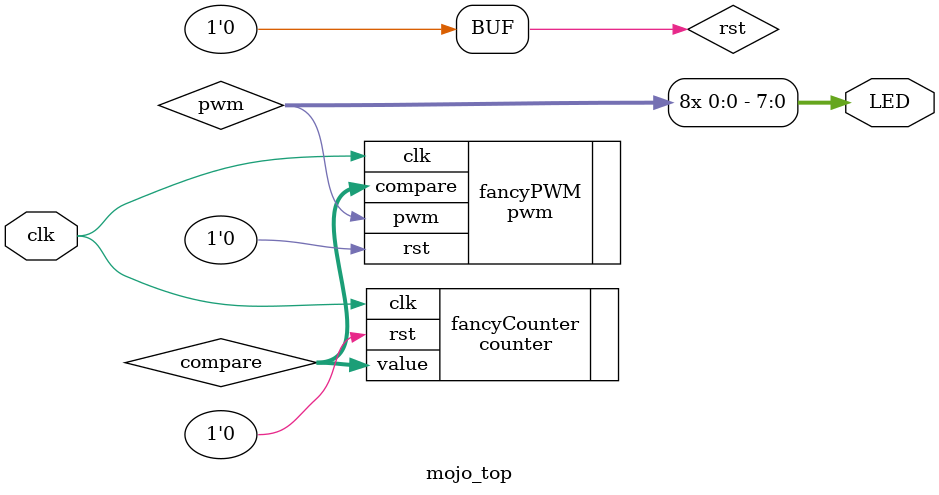
<source format=v>
module mojo_top(
    // 12MHz clock input
    input clk,
    // Input from buttons (active low)
//    input [3:0]sw_n,
    // Outputs to the 8 onboard LEDs
    output[7:0]LED,
    );

wire rst = 1'b0;//~sw_n[3]; // make reset active high



  assign LED = {8{pwm}};
   
  wire [7:0] compare;
  wire pwm;
   
  counter fancyCounter (
  .rst(rst),
  .clk(clk),
  .value(compare)
  );
   
  pwm #(.CTR_LEN(8)) fancyPWM (
    .rst(rst),
    .clk(clk),
    .compare(compare),
    .pwm(pwm)
  );
   


endmodule

</source>
